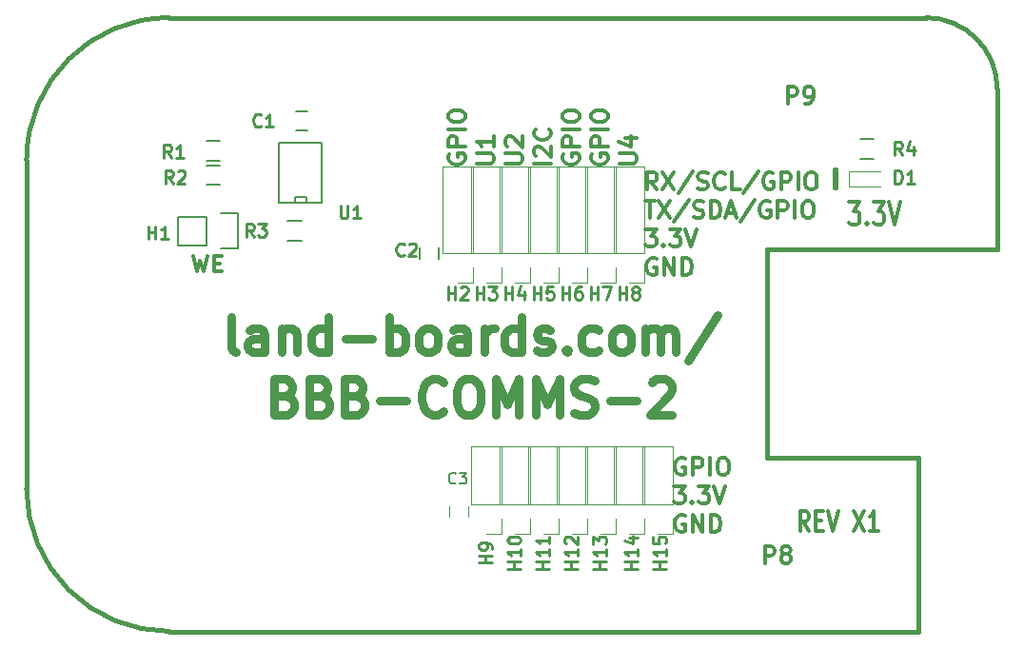
<source format=gbr>
G04 #@! TF.FileFunction,Legend,Top*
%FSLAX46Y46*%
G04 Gerber Fmt 4.6, Leading zero omitted, Abs format (unit mm)*
G04 Created by KiCad (PCBNEW 4.0.5) date 06/08/17 20:21:41*
%MOMM*%
%LPD*%
G01*
G04 APERTURE LIST*
%ADD10C,0.150000*%
%ADD11C,0.304800*%
%ADD12C,0.381000*%
%ADD13C,0.784225*%
%ADD14C,0.127000*%
%ADD15C,0.120000*%
%ADD16C,0.222250*%
G04 APERTURE END LIST*
D10*
D11*
X152291143Y-91948000D02*
X152146000Y-91875429D01*
X151928286Y-91875429D01*
X151710571Y-91948000D01*
X151565429Y-92093143D01*
X151492857Y-92238286D01*
X151420286Y-92528571D01*
X151420286Y-92746286D01*
X151492857Y-93036571D01*
X151565429Y-93181714D01*
X151710571Y-93326857D01*
X151928286Y-93399429D01*
X152073429Y-93399429D01*
X152291143Y-93326857D01*
X152363714Y-93254286D01*
X152363714Y-92746286D01*
X152073429Y-92746286D01*
X153016857Y-93399429D02*
X153016857Y-91875429D01*
X153597429Y-91875429D01*
X153742571Y-91948000D01*
X153815143Y-92020571D01*
X153887714Y-92165714D01*
X153887714Y-92383429D01*
X153815143Y-92528571D01*
X153742571Y-92601143D01*
X153597429Y-92673714D01*
X153016857Y-92673714D01*
X154540857Y-93399429D02*
X154540857Y-91875429D01*
X155556857Y-91875429D02*
X155847143Y-91875429D01*
X155992285Y-91948000D01*
X156137428Y-92093143D01*
X156210000Y-92383429D01*
X156210000Y-92891429D01*
X156137428Y-93181714D01*
X155992285Y-93326857D01*
X155847143Y-93399429D01*
X155556857Y-93399429D01*
X155411714Y-93326857D01*
X155266571Y-93181714D01*
X155194000Y-92891429D01*
X155194000Y-92383429D01*
X155266571Y-92093143D01*
X155411714Y-91948000D01*
X155556857Y-91875429D01*
X151347714Y-94415429D02*
X152291143Y-94415429D01*
X151783143Y-94996000D01*
X152000857Y-94996000D01*
X152146000Y-95068571D01*
X152218571Y-95141143D01*
X152291143Y-95286286D01*
X152291143Y-95649143D01*
X152218571Y-95794286D01*
X152146000Y-95866857D01*
X152000857Y-95939429D01*
X151565429Y-95939429D01*
X151420286Y-95866857D01*
X151347714Y-95794286D01*
X152944286Y-95794286D02*
X153016858Y-95866857D01*
X152944286Y-95939429D01*
X152871715Y-95866857D01*
X152944286Y-95794286D01*
X152944286Y-95939429D01*
X153524857Y-94415429D02*
X154468286Y-94415429D01*
X153960286Y-94996000D01*
X154178000Y-94996000D01*
X154323143Y-95068571D01*
X154395714Y-95141143D01*
X154468286Y-95286286D01*
X154468286Y-95649143D01*
X154395714Y-95794286D01*
X154323143Y-95866857D01*
X154178000Y-95939429D01*
X153742572Y-95939429D01*
X153597429Y-95866857D01*
X153524857Y-95794286D01*
X154903715Y-94415429D02*
X155411715Y-95939429D01*
X155919715Y-94415429D01*
X152291143Y-97028000D02*
X152146000Y-96955429D01*
X151928286Y-96955429D01*
X151710571Y-97028000D01*
X151565429Y-97173143D01*
X151492857Y-97318286D01*
X151420286Y-97608571D01*
X151420286Y-97826286D01*
X151492857Y-98116571D01*
X151565429Y-98261714D01*
X151710571Y-98406857D01*
X151928286Y-98479429D01*
X152073429Y-98479429D01*
X152291143Y-98406857D01*
X152363714Y-98334286D01*
X152363714Y-97826286D01*
X152073429Y-97826286D01*
X153016857Y-98479429D02*
X153016857Y-96955429D01*
X153887714Y-98479429D01*
X153887714Y-96955429D01*
X154613428Y-98479429D02*
X154613428Y-96955429D01*
X154976285Y-96955429D01*
X155194000Y-97028000D01*
X155339142Y-97173143D01*
X155411714Y-97318286D01*
X155484285Y-97608571D01*
X155484285Y-97826286D01*
X155411714Y-98116571D01*
X155339142Y-98261714D01*
X155194000Y-98406857D01*
X154976285Y-98479429D01*
X154613428Y-98479429D01*
X144018000Y-64878857D02*
X143945429Y-65024000D01*
X143945429Y-65241714D01*
X144018000Y-65459429D01*
X144163143Y-65604571D01*
X144308286Y-65677143D01*
X144598571Y-65749714D01*
X144816286Y-65749714D01*
X145106571Y-65677143D01*
X145251714Y-65604571D01*
X145396857Y-65459429D01*
X145469429Y-65241714D01*
X145469429Y-65096571D01*
X145396857Y-64878857D01*
X145324286Y-64806286D01*
X144816286Y-64806286D01*
X144816286Y-65096571D01*
X145469429Y-64153143D02*
X143945429Y-64153143D01*
X143945429Y-63572571D01*
X144018000Y-63427429D01*
X144090571Y-63354857D01*
X144235714Y-63282286D01*
X144453429Y-63282286D01*
X144598571Y-63354857D01*
X144671143Y-63427429D01*
X144743714Y-63572571D01*
X144743714Y-64153143D01*
X145469429Y-62629143D02*
X143945429Y-62629143D01*
X143945429Y-61613143D02*
X143945429Y-61322857D01*
X144018000Y-61177715D01*
X144163143Y-61032572D01*
X144453429Y-60960000D01*
X144961429Y-60960000D01*
X145251714Y-61032572D01*
X145396857Y-61177715D01*
X145469429Y-61322857D01*
X145469429Y-61613143D01*
X145396857Y-61758286D01*
X145251714Y-61903429D01*
X144961429Y-61976000D01*
X144453429Y-61976000D01*
X144163143Y-61903429D01*
X144018000Y-61758286D01*
X143945429Y-61613143D01*
X141478000Y-64878857D02*
X141405429Y-65024000D01*
X141405429Y-65241714D01*
X141478000Y-65459429D01*
X141623143Y-65604571D01*
X141768286Y-65677143D01*
X142058571Y-65749714D01*
X142276286Y-65749714D01*
X142566571Y-65677143D01*
X142711714Y-65604571D01*
X142856857Y-65459429D01*
X142929429Y-65241714D01*
X142929429Y-65096571D01*
X142856857Y-64878857D01*
X142784286Y-64806286D01*
X142276286Y-64806286D01*
X142276286Y-65096571D01*
X142929429Y-64153143D02*
X141405429Y-64153143D01*
X141405429Y-63572571D01*
X141478000Y-63427429D01*
X141550571Y-63354857D01*
X141695714Y-63282286D01*
X141913429Y-63282286D01*
X142058571Y-63354857D01*
X142131143Y-63427429D01*
X142203714Y-63572571D01*
X142203714Y-64153143D01*
X142929429Y-62629143D02*
X141405429Y-62629143D01*
X141405429Y-61613143D02*
X141405429Y-61322857D01*
X141478000Y-61177715D01*
X141623143Y-61032572D01*
X141913429Y-60960000D01*
X142421429Y-60960000D01*
X142711714Y-61032572D01*
X142856857Y-61177715D01*
X142929429Y-61322857D01*
X142929429Y-61613143D01*
X142856857Y-61758286D01*
X142711714Y-61903429D01*
X142421429Y-61976000D01*
X141913429Y-61976000D01*
X141623143Y-61903429D01*
X141478000Y-61758286D01*
X141405429Y-61613143D01*
X131318000Y-64878857D02*
X131245429Y-65024000D01*
X131245429Y-65241714D01*
X131318000Y-65459429D01*
X131463143Y-65604571D01*
X131608286Y-65677143D01*
X131898571Y-65749714D01*
X132116286Y-65749714D01*
X132406571Y-65677143D01*
X132551714Y-65604571D01*
X132696857Y-65459429D01*
X132769429Y-65241714D01*
X132769429Y-65096571D01*
X132696857Y-64878857D01*
X132624286Y-64806286D01*
X132116286Y-64806286D01*
X132116286Y-65096571D01*
X132769429Y-64153143D02*
X131245429Y-64153143D01*
X131245429Y-63572571D01*
X131318000Y-63427429D01*
X131390571Y-63354857D01*
X131535714Y-63282286D01*
X131753429Y-63282286D01*
X131898571Y-63354857D01*
X131971143Y-63427429D01*
X132043714Y-63572571D01*
X132043714Y-64153143D01*
X132769429Y-62629143D02*
X131245429Y-62629143D01*
X131245429Y-61613143D02*
X131245429Y-61322857D01*
X131318000Y-61177715D01*
X131463143Y-61032572D01*
X131753429Y-60960000D01*
X132261429Y-60960000D01*
X132551714Y-61032572D01*
X132696857Y-61177715D01*
X132769429Y-61322857D01*
X132769429Y-61613143D01*
X132696857Y-61758286D01*
X132551714Y-61903429D01*
X132261429Y-61976000D01*
X131753429Y-61976000D01*
X131463143Y-61903429D01*
X131318000Y-61758286D01*
X131245429Y-61613143D01*
X149751143Y-74168000D02*
X149606000Y-74095429D01*
X149388286Y-74095429D01*
X149170571Y-74168000D01*
X149025429Y-74313143D01*
X148952857Y-74458286D01*
X148880286Y-74748571D01*
X148880286Y-74966286D01*
X148952857Y-75256571D01*
X149025429Y-75401714D01*
X149170571Y-75546857D01*
X149388286Y-75619429D01*
X149533429Y-75619429D01*
X149751143Y-75546857D01*
X149823714Y-75474286D01*
X149823714Y-74966286D01*
X149533429Y-74966286D01*
X150476857Y-75619429D02*
X150476857Y-74095429D01*
X151347714Y-75619429D01*
X151347714Y-74095429D01*
X152073428Y-75619429D02*
X152073428Y-74095429D01*
X152436285Y-74095429D01*
X152654000Y-74168000D01*
X152799142Y-74313143D01*
X152871714Y-74458286D01*
X152944285Y-74748571D01*
X152944285Y-74966286D01*
X152871714Y-75256571D01*
X152799142Y-75401714D01*
X152654000Y-75546857D01*
X152436285Y-75619429D01*
X152073428Y-75619429D01*
X148807714Y-71555429D02*
X149751143Y-71555429D01*
X149243143Y-72136000D01*
X149460857Y-72136000D01*
X149606000Y-72208571D01*
X149678571Y-72281143D01*
X149751143Y-72426286D01*
X149751143Y-72789143D01*
X149678571Y-72934286D01*
X149606000Y-73006857D01*
X149460857Y-73079429D01*
X149025429Y-73079429D01*
X148880286Y-73006857D01*
X148807714Y-72934286D01*
X150404286Y-72934286D02*
X150476858Y-73006857D01*
X150404286Y-73079429D01*
X150331715Y-73006857D01*
X150404286Y-72934286D01*
X150404286Y-73079429D01*
X150984857Y-71555429D02*
X151928286Y-71555429D01*
X151420286Y-72136000D01*
X151638000Y-72136000D01*
X151783143Y-72208571D01*
X151855714Y-72281143D01*
X151928286Y-72426286D01*
X151928286Y-72789143D01*
X151855714Y-72934286D01*
X151783143Y-73006857D01*
X151638000Y-73079429D01*
X151202572Y-73079429D01*
X151057429Y-73006857D01*
X150984857Y-72934286D01*
X152363715Y-71555429D02*
X152871715Y-73079429D01*
X153379715Y-71555429D01*
X148735143Y-69015429D02*
X149606000Y-69015429D01*
X149170571Y-70539429D02*
X149170571Y-69015429D01*
X149968857Y-69015429D02*
X150984857Y-70539429D01*
X150984857Y-69015429D02*
X149968857Y-70539429D01*
X152654001Y-68942857D02*
X151347715Y-70902286D01*
X153089429Y-70466857D02*
X153307143Y-70539429D01*
X153670000Y-70539429D01*
X153815143Y-70466857D01*
X153887714Y-70394286D01*
X153960286Y-70249143D01*
X153960286Y-70104000D01*
X153887714Y-69958857D01*
X153815143Y-69886286D01*
X153670000Y-69813714D01*
X153379714Y-69741143D01*
X153234572Y-69668571D01*
X153162000Y-69596000D01*
X153089429Y-69450857D01*
X153089429Y-69305714D01*
X153162000Y-69160571D01*
X153234572Y-69088000D01*
X153379714Y-69015429D01*
X153742572Y-69015429D01*
X153960286Y-69088000D01*
X154613429Y-70539429D02*
X154613429Y-69015429D01*
X154976286Y-69015429D01*
X155194001Y-69088000D01*
X155339143Y-69233143D01*
X155411715Y-69378286D01*
X155484286Y-69668571D01*
X155484286Y-69886286D01*
X155411715Y-70176571D01*
X155339143Y-70321714D01*
X155194001Y-70466857D01*
X154976286Y-70539429D01*
X154613429Y-70539429D01*
X156064858Y-70104000D02*
X156790572Y-70104000D01*
X155919715Y-70539429D02*
X156427715Y-69015429D01*
X156935715Y-70539429D01*
X158532287Y-68942857D02*
X157226001Y-70902286D01*
X159838572Y-69088000D02*
X159693429Y-69015429D01*
X159475715Y-69015429D01*
X159258000Y-69088000D01*
X159112858Y-69233143D01*
X159040286Y-69378286D01*
X158967715Y-69668571D01*
X158967715Y-69886286D01*
X159040286Y-70176571D01*
X159112858Y-70321714D01*
X159258000Y-70466857D01*
X159475715Y-70539429D01*
X159620858Y-70539429D01*
X159838572Y-70466857D01*
X159911143Y-70394286D01*
X159911143Y-69886286D01*
X159620858Y-69886286D01*
X160564286Y-70539429D02*
X160564286Y-69015429D01*
X161144858Y-69015429D01*
X161290000Y-69088000D01*
X161362572Y-69160571D01*
X161435143Y-69305714D01*
X161435143Y-69523429D01*
X161362572Y-69668571D01*
X161290000Y-69741143D01*
X161144858Y-69813714D01*
X160564286Y-69813714D01*
X162088286Y-70539429D02*
X162088286Y-69015429D01*
X163104286Y-69015429D02*
X163394572Y-69015429D01*
X163539714Y-69088000D01*
X163684857Y-69233143D01*
X163757429Y-69523429D01*
X163757429Y-70031429D01*
X163684857Y-70321714D01*
X163539714Y-70466857D01*
X163394572Y-70539429D01*
X163104286Y-70539429D01*
X162959143Y-70466857D01*
X162814000Y-70321714D01*
X162741429Y-70031429D01*
X162741429Y-69523429D01*
X162814000Y-69233143D01*
X162959143Y-69088000D01*
X163104286Y-69015429D01*
X149823714Y-67999429D02*
X149315714Y-67273714D01*
X148952857Y-67999429D02*
X148952857Y-66475429D01*
X149533429Y-66475429D01*
X149678571Y-66548000D01*
X149751143Y-66620571D01*
X149823714Y-66765714D01*
X149823714Y-66983429D01*
X149751143Y-67128571D01*
X149678571Y-67201143D01*
X149533429Y-67273714D01*
X148952857Y-67273714D01*
X150331714Y-66475429D02*
X151347714Y-67999429D01*
X151347714Y-66475429D02*
X150331714Y-67999429D01*
X153016858Y-66402857D02*
X151710572Y-68362286D01*
X153452286Y-67926857D02*
X153670000Y-67999429D01*
X154032857Y-67999429D01*
X154178000Y-67926857D01*
X154250571Y-67854286D01*
X154323143Y-67709143D01*
X154323143Y-67564000D01*
X154250571Y-67418857D01*
X154178000Y-67346286D01*
X154032857Y-67273714D01*
X153742571Y-67201143D01*
X153597429Y-67128571D01*
X153524857Y-67056000D01*
X153452286Y-66910857D01*
X153452286Y-66765714D01*
X153524857Y-66620571D01*
X153597429Y-66548000D01*
X153742571Y-66475429D01*
X154105429Y-66475429D01*
X154323143Y-66548000D01*
X155847143Y-67854286D02*
X155774572Y-67926857D01*
X155556858Y-67999429D01*
X155411715Y-67999429D01*
X155194000Y-67926857D01*
X155048858Y-67781714D01*
X154976286Y-67636571D01*
X154903715Y-67346286D01*
X154903715Y-67128571D01*
X154976286Y-66838286D01*
X155048858Y-66693143D01*
X155194000Y-66548000D01*
X155411715Y-66475429D01*
X155556858Y-66475429D01*
X155774572Y-66548000D01*
X155847143Y-66620571D01*
X157226000Y-67999429D02*
X156500286Y-67999429D01*
X156500286Y-66475429D01*
X158822572Y-66402857D02*
X157516286Y-68362286D01*
X160128857Y-66548000D02*
X159983714Y-66475429D01*
X159766000Y-66475429D01*
X159548285Y-66548000D01*
X159403143Y-66693143D01*
X159330571Y-66838286D01*
X159258000Y-67128571D01*
X159258000Y-67346286D01*
X159330571Y-67636571D01*
X159403143Y-67781714D01*
X159548285Y-67926857D01*
X159766000Y-67999429D01*
X159911143Y-67999429D01*
X160128857Y-67926857D01*
X160201428Y-67854286D01*
X160201428Y-67346286D01*
X159911143Y-67346286D01*
X160854571Y-67999429D02*
X160854571Y-66475429D01*
X161435143Y-66475429D01*
X161580285Y-66548000D01*
X161652857Y-66620571D01*
X161725428Y-66765714D01*
X161725428Y-66983429D01*
X161652857Y-67128571D01*
X161580285Y-67201143D01*
X161435143Y-67273714D01*
X160854571Y-67273714D01*
X162378571Y-67999429D02*
X162378571Y-66475429D01*
X163394571Y-66475429D02*
X163684857Y-66475429D01*
X163829999Y-66548000D01*
X163975142Y-66693143D01*
X164047714Y-66983429D01*
X164047714Y-67491429D01*
X163975142Y-67781714D01*
X163829999Y-67926857D01*
X163684857Y-67999429D01*
X163394571Y-67999429D01*
X163249428Y-67926857D01*
X163104285Y-67781714D01*
X163031714Y-67491429D01*
X163031714Y-66983429D01*
X163104285Y-66693143D01*
X163249428Y-66548000D01*
X163394571Y-66475429D01*
X146485429Y-65677143D02*
X147719143Y-65677143D01*
X147864286Y-65604571D01*
X147936857Y-65532000D01*
X148009429Y-65386857D01*
X148009429Y-65096571D01*
X147936857Y-64951429D01*
X147864286Y-64878857D01*
X147719143Y-64806286D01*
X146485429Y-64806286D01*
X146993429Y-63427429D02*
X148009429Y-63427429D01*
X146412857Y-63790286D02*
X147501429Y-64153143D01*
X147501429Y-63209715D01*
X140389429Y-65677143D02*
X138865429Y-65677143D01*
X139010571Y-65024000D02*
X138938000Y-64951429D01*
X138865429Y-64806286D01*
X138865429Y-64443429D01*
X138938000Y-64298286D01*
X139010571Y-64225715D01*
X139155714Y-64153143D01*
X139300857Y-64153143D01*
X139518571Y-64225715D01*
X140389429Y-65096572D01*
X140389429Y-64153143D01*
X140244286Y-62629143D02*
X140316857Y-62701714D01*
X140389429Y-62919428D01*
X140389429Y-63064571D01*
X140316857Y-63282286D01*
X140171714Y-63427428D01*
X140026571Y-63500000D01*
X139736286Y-63572571D01*
X139518571Y-63572571D01*
X139228286Y-63500000D01*
X139083143Y-63427428D01*
X138938000Y-63282286D01*
X138865429Y-63064571D01*
X138865429Y-62919428D01*
X138938000Y-62701714D01*
X139010571Y-62629143D01*
X136325429Y-65677143D02*
X137559143Y-65677143D01*
X137704286Y-65604571D01*
X137776857Y-65532000D01*
X137849429Y-65386857D01*
X137849429Y-65096571D01*
X137776857Y-64951429D01*
X137704286Y-64878857D01*
X137559143Y-64806286D01*
X136325429Y-64806286D01*
X136470571Y-64153143D02*
X136398000Y-64080572D01*
X136325429Y-63935429D01*
X136325429Y-63572572D01*
X136398000Y-63427429D01*
X136470571Y-63354858D01*
X136615714Y-63282286D01*
X136760857Y-63282286D01*
X136978571Y-63354858D01*
X137849429Y-64225715D01*
X137849429Y-63282286D01*
X133785429Y-65677143D02*
X135019143Y-65677143D01*
X135164286Y-65604571D01*
X135236857Y-65532000D01*
X135309429Y-65386857D01*
X135309429Y-65096571D01*
X135236857Y-64951429D01*
X135164286Y-64878857D01*
X135019143Y-64806286D01*
X133785429Y-64806286D01*
X135309429Y-63282286D02*
X135309429Y-64153143D01*
X135309429Y-63717715D02*
X133785429Y-63717715D01*
X134003143Y-63862858D01*
X134148286Y-64008000D01*
X134220857Y-64153143D01*
D12*
X165608000Y-67818000D02*
X165608000Y-66167000D01*
X165735000Y-67818000D02*
X165608000Y-67818000D01*
X165735000Y-66167000D02*
X165735000Y-67818000D01*
D11*
X159403143Y-101273429D02*
X159403143Y-99749429D01*
X159983715Y-99749429D01*
X160128857Y-99822000D01*
X160201429Y-99894571D01*
X160274000Y-100039714D01*
X160274000Y-100257429D01*
X160201429Y-100402571D01*
X160128857Y-100475143D01*
X159983715Y-100547714D01*
X159403143Y-100547714D01*
X161144857Y-100402571D02*
X160999715Y-100330000D01*
X160927143Y-100257429D01*
X160854572Y-100112286D01*
X160854572Y-100039714D01*
X160927143Y-99894571D01*
X160999715Y-99822000D01*
X161144857Y-99749429D01*
X161435143Y-99749429D01*
X161580286Y-99822000D01*
X161652857Y-99894571D01*
X161725429Y-100039714D01*
X161725429Y-100112286D01*
X161652857Y-100257429D01*
X161580286Y-100330000D01*
X161435143Y-100402571D01*
X161144857Y-100402571D01*
X160999715Y-100475143D01*
X160927143Y-100547714D01*
X160854572Y-100692857D01*
X160854572Y-100983143D01*
X160927143Y-101128286D01*
X160999715Y-101200857D01*
X161144857Y-101273429D01*
X161435143Y-101273429D01*
X161580286Y-101200857D01*
X161652857Y-101128286D01*
X161725429Y-100983143D01*
X161725429Y-100692857D01*
X161652857Y-100547714D01*
X161580286Y-100475143D01*
X161435143Y-100402571D01*
X161435143Y-60379429D02*
X161435143Y-58855429D01*
X162015715Y-58855429D01*
X162160857Y-58928000D01*
X162233429Y-59000571D01*
X162306000Y-59145714D01*
X162306000Y-59363429D01*
X162233429Y-59508571D01*
X162160857Y-59581143D01*
X162015715Y-59653714D01*
X161435143Y-59653714D01*
X163031715Y-60379429D02*
X163322000Y-60379429D01*
X163467143Y-60306857D01*
X163539715Y-60234286D01*
X163684857Y-60016571D01*
X163757429Y-59726286D01*
X163757429Y-59145714D01*
X163684857Y-59000571D01*
X163612286Y-58928000D01*
X163467143Y-58855429D01*
X163176857Y-58855429D01*
X163031715Y-58928000D01*
X162959143Y-59000571D01*
X162886572Y-59145714D01*
X162886572Y-59508571D01*
X162959143Y-59653714D01*
X163031715Y-59726286D01*
X163176857Y-59798857D01*
X163467143Y-59798857D01*
X163612286Y-59726286D01*
X163684857Y-59653714D01*
X163757429Y-59508571D01*
X108512429Y-73910976D02*
X108875286Y-75307976D01*
X109165572Y-74310119D01*
X109455858Y-75307976D01*
X109818715Y-73910976D01*
X110399286Y-74576214D02*
X110907286Y-74576214D01*
X111125000Y-75307976D02*
X110399286Y-75307976D01*
X110399286Y-73910976D01*
X111125000Y-73910976D01*
D12*
X123190000Y-52705000D02*
X123317000Y-52705000D01*
X110744000Y-52705000D02*
X110871000Y-52705000D01*
D11*
X166914285Y-69118238D02*
X167857714Y-69118238D01*
X167349714Y-69892333D01*
X167567428Y-69892333D01*
X167712571Y-69989095D01*
X167785142Y-70085857D01*
X167857714Y-70279381D01*
X167857714Y-70763190D01*
X167785142Y-70956714D01*
X167712571Y-71053476D01*
X167567428Y-71150238D01*
X167132000Y-71150238D01*
X166986857Y-71053476D01*
X166914285Y-70956714D01*
X168510857Y-70956714D02*
X168583429Y-71053476D01*
X168510857Y-71150238D01*
X168438286Y-71053476D01*
X168510857Y-70956714D01*
X168510857Y-71150238D01*
X169091428Y-69118238D02*
X170034857Y-69118238D01*
X169526857Y-69892333D01*
X169744571Y-69892333D01*
X169889714Y-69989095D01*
X169962285Y-70085857D01*
X170034857Y-70279381D01*
X170034857Y-70763190D01*
X169962285Y-70956714D01*
X169889714Y-71053476D01*
X169744571Y-71150238D01*
X169309143Y-71150238D01*
X169164000Y-71053476D01*
X169091428Y-70956714D01*
X170470286Y-69118238D02*
X170978286Y-71150238D01*
X171486286Y-69118238D01*
X163328048Y-98340333D02*
X162862381Y-97493667D01*
X162529762Y-98340333D02*
X162529762Y-96562333D01*
X163061953Y-96562333D01*
X163195000Y-96647000D01*
X163261524Y-96731667D01*
X163328048Y-96901000D01*
X163328048Y-97155000D01*
X163261524Y-97324333D01*
X163195000Y-97409000D01*
X163061953Y-97493667D01*
X162529762Y-97493667D01*
X163926762Y-97409000D02*
X164392429Y-97409000D01*
X164592000Y-98340333D02*
X163926762Y-98340333D01*
X163926762Y-96562333D01*
X164592000Y-96562333D01*
X164991143Y-96562333D02*
X165456809Y-98340333D01*
X165922476Y-96562333D01*
X167319476Y-96562333D02*
X168250810Y-98340333D01*
X168250810Y-96562333D02*
X167319476Y-98340333D01*
X169514762Y-98340333D02*
X168716476Y-98340333D01*
X169115619Y-98340333D02*
X169115619Y-96562333D01*
X168982571Y-96816333D01*
X168849524Y-96985667D01*
X168716476Y-97070333D01*
D13*
X112362645Y-82482948D02*
X112063892Y-82331757D01*
X111914516Y-82029376D01*
X111914516Y-79307948D01*
X114902040Y-82482948D02*
X114902040Y-80819852D01*
X114752663Y-80517471D01*
X114453911Y-80366281D01*
X113856406Y-80366281D01*
X113557654Y-80517471D01*
X114902040Y-82331757D02*
X114603287Y-82482948D01*
X113856406Y-82482948D01*
X113557654Y-82331757D01*
X113408278Y-82029376D01*
X113408278Y-81726995D01*
X113557654Y-81424614D01*
X113856406Y-81273424D01*
X114603287Y-81273424D01*
X114902040Y-81122233D01*
X116395802Y-80366281D02*
X116395802Y-82482948D01*
X116395802Y-80668662D02*
X116545178Y-80517471D01*
X116843931Y-80366281D01*
X117292059Y-80366281D01*
X117590811Y-80517471D01*
X117740188Y-80819852D01*
X117740188Y-82482948D01*
X120578336Y-82482948D02*
X120578336Y-79307948D01*
X120578336Y-82331757D02*
X120279583Y-82482948D01*
X119682079Y-82482948D01*
X119383326Y-82331757D01*
X119233950Y-82180567D01*
X119084574Y-81878186D01*
X119084574Y-80971043D01*
X119233950Y-80668662D01*
X119383326Y-80517471D01*
X119682079Y-80366281D01*
X120279583Y-80366281D01*
X120578336Y-80517471D01*
X122072098Y-81273424D02*
X124462117Y-81273424D01*
X125955879Y-82482948D02*
X125955879Y-79307948D01*
X125955879Y-80517471D02*
X126254631Y-80366281D01*
X126852136Y-80366281D01*
X127150888Y-80517471D01*
X127300265Y-80668662D01*
X127449641Y-80971043D01*
X127449641Y-81878186D01*
X127300265Y-82180567D01*
X127150888Y-82331757D01*
X126852136Y-82482948D01*
X126254631Y-82482948D01*
X125955879Y-82331757D01*
X129242156Y-82482948D02*
X128943403Y-82331757D01*
X128794027Y-82180567D01*
X128644651Y-81878186D01*
X128644651Y-80971043D01*
X128794027Y-80668662D01*
X128943403Y-80517471D01*
X129242156Y-80366281D01*
X129690284Y-80366281D01*
X129989036Y-80517471D01*
X130138413Y-80668662D01*
X130287789Y-80971043D01*
X130287789Y-81878186D01*
X130138413Y-82180567D01*
X129989036Y-82331757D01*
X129690284Y-82482948D01*
X129242156Y-82482948D01*
X132976561Y-82482948D02*
X132976561Y-80819852D01*
X132827184Y-80517471D01*
X132528432Y-80366281D01*
X131930927Y-80366281D01*
X131632175Y-80517471D01*
X132976561Y-82331757D02*
X132677808Y-82482948D01*
X131930927Y-82482948D01*
X131632175Y-82331757D01*
X131482799Y-82029376D01*
X131482799Y-81726995D01*
X131632175Y-81424614D01*
X131930927Y-81273424D01*
X132677808Y-81273424D01*
X132976561Y-81122233D01*
X134470323Y-82482948D02*
X134470323Y-80366281D01*
X134470323Y-80971043D02*
X134619699Y-80668662D01*
X134769075Y-80517471D01*
X135067828Y-80366281D01*
X135366580Y-80366281D01*
X137756599Y-82482948D02*
X137756599Y-79307948D01*
X137756599Y-82331757D02*
X137457846Y-82482948D01*
X136860342Y-82482948D01*
X136561589Y-82331757D01*
X136412213Y-82180567D01*
X136262837Y-81878186D01*
X136262837Y-80971043D01*
X136412213Y-80668662D01*
X136561589Y-80517471D01*
X136860342Y-80366281D01*
X137457846Y-80366281D01*
X137756599Y-80517471D01*
X139100985Y-82331757D02*
X139399737Y-82482948D01*
X139997242Y-82482948D01*
X140295994Y-82331757D01*
X140445370Y-82029376D01*
X140445370Y-81878186D01*
X140295994Y-81575805D01*
X139997242Y-81424614D01*
X139549113Y-81424614D01*
X139250361Y-81273424D01*
X139100985Y-80971043D01*
X139100985Y-80819852D01*
X139250361Y-80517471D01*
X139549113Y-80366281D01*
X139997242Y-80366281D01*
X140295994Y-80517471D01*
X141789756Y-82180567D02*
X141939132Y-82331757D01*
X141789756Y-82482948D01*
X141640380Y-82331757D01*
X141789756Y-82180567D01*
X141789756Y-82482948D01*
X144627904Y-82331757D02*
X144329151Y-82482948D01*
X143731647Y-82482948D01*
X143432894Y-82331757D01*
X143283518Y-82180567D01*
X143134142Y-81878186D01*
X143134142Y-80971043D01*
X143283518Y-80668662D01*
X143432894Y-80517471D01*
X143731647Y-80366281D01*
X144329151Y-80366281D01*
X144627904Y-80517471D01*
X146420418Y-82482948D02*
X146121665Y-82331757D01*
X145972289Y-82180567D01*
X145822913Y-81878186D01*
X145822913Y-80971043D01*
X145972289Y-80668662D01*
X146121665Y-80517471D01*
X146420418Y-80366281D01*
X146868546Y-80366281D01*
X147167298Y-80517471D01*
X147316675Y-80668662D01*
X147466051Y-80971043D01*
X147466051Y-81878186D01*
X147316675Y-82180567D01*
X147167298Y-82331757D01*
X146868546Y-82482948D01*
X146420418Y-82482948D01*
X148810437Y-82482948D02*
X148810437Y-80366281D01*
X148810437Y-80668662D02*
X148959813Y-80517471D01*
X149258566Y-80366281D01*
X149706694Y-80366281D01*
X150005446Y-80517471D01*
X150154823Y-80819852D01*
X150154823Y-82482948D01*
X150154823Y-80819852D02*
X150304199Y-80517471D01*
X150602951Y-80366281D01*
X151051080Y-80366281D01*
X151349832Y-80517471D01*
X151499208Y-80819852D01*
X151499208Y-82482948D01*
X155233613Y-79156757D02*
X152544841Y-83238900D01*
X116769242Y-86366577D02*
X117217371Y-86517768D01*
X117366747Y-86668958D01*
X117516123Y-86971339D01*
X117516123Y-87424911D01*
X117366747Y-87727292D01*
X117217371Y-87878482D01*
X116918618Y-88029673D01*
X115723609Y-88029673D01*
X115723609Y-84854673D01*
X116769242Y-84854673D01*
X117067995Y-85005863D01*
X117217371Y-85157053D01*
X117366747Y-85459434D01*
X117366747Y-85761815D01*
X117217371Y-86064196D01*
X117067995Y-86215387D01*
X116769242Y-86366577D01*
X115723609Y-86366577D01*
X119906142Y-86366577D02*
X120354271Y-86517768D01*
X120503647Y-86668958D01*
X120653023Y-86971339D01*
X120653023Y-87424911D01*
X120503647Y-87727292D01*
X120354271Y-87878482D01*
X120055518Y-88029673D01*
X118860509Y-88029673D01*
X118860509Y-84854673D01*
X119906142Y-84854673D01*
X120204895Y-85005863D01*
X120354271Y-85157053D01*
X120503647Y-85459434D01*
X120503647Y-85761815D01*
X120354271Y-86064196D01*
X120204895Y-86215387D01*
X119906142Y-86366577D01*
X118860509Y-86366577D01*
X123043042Y-86366577D02*
X123491171Y-86517768D01*
X123640547Y-86668958D01*
X123789923Y-86971339D01*
X123789923Y-87424911D01*
X123640547Y-87727292D01*
X123491171Y-87878482D01*
X123192418Y-88029673D01*
X121997409Y-88029673D01*
X121997409Y-84854673D01*
X123043042Y-84854673D01*
X123341795Y-85005863D01*
X123491171Y-85157053D01*
X123640547Y-85459434D01*
X123640547Y-85761815D01*
X123491171Y-86064196D01*
X123341795Y-86215387D01*
X123043042Y-86366577D01*
X121997409Y-86366577D01*
X125134309Y-86820149D02*
X127524328Y-86820149D01*
X130810604Y-87727292D02*
X130661228Y-87878482D01*
X130213099Y-88029673D01*
X129914347Y-88029673D01*
X129466219Y-87878482D01*
X129167466Y-87576101D01*
X129018090Y-87273720D01*
X128868714Y-86668958D01*
X128868714Y-86215387D01*
X129018090Y-85610625D01*
X129167466Y-85308244D01*
X129466219Y-85005863D01*
X129914347Y-84854673D01*
X130213099Y-84854673D01*
X130661228Y-85005863D01*
X130810604Y-85157053D01*
X132752495Y-84854673D02*
X133349999Y-84854673D01*
X133648752Y-85005863D01*
X133947504Y-85308244D01*
X134096880Y-85913006D01*
X134096880Y-86971339D01*
X133947504Y-87576101D01*
X133648752Y-87878482D01*
X133349999Y-88029673D01*
X132752495Y-88029673D01*
X132453742Y-87878482D01*
X132154990Y-87576101D01*
X132005614Y-86971339D01*
X132005614Y-85913006D01*
X132154990Y-85308244D01*
X132453742Y-85005863D01*
X132752495Y-84854673D01*
X135441266Y-88029673D02*
X135441266Y-84854673D01*
X136486899Y-87122530D01*
X137532533Y-84854673D01*
X137532533Y-88029673D01*
X139026295Y-88029673D02*
X139026295Y-84854673D01*
X140071928Y-87122530D01*
X141117562Y-84854673D01*
X141117562Y-88029673D01*
X142461948Y-87878482D02*
X142910076Y-88029673D01*
X143656957Y-88029673D01*
X143955710Y-87878482D01*
X144105086Y-87727292D01*
X144254462Y-87424911D01*
X144254462Y-87122530D01*
X144105086Y-86820149D01*
X143955710Y-86668958D01*
X143656957Y-86517768D01*
X143059453Y-86366577D01*
X142760700Y-86215387D01*
X142611324Y-86064196D01*
X142461948Y-85761815D01*
X142461948Y-85459434D01*
X142611324Y-85157053D01*
X142760700Y-85005863D01*
X143059453Y-84854673D01*
X143806333Y-84854673D01*
X144254462Y-85005863D01*
X145598848Y-86820149D02*
X147988867Y-86820149D01*
X149333253Y-85157053D02*
X149482629Y-85005863D01*
X149781381Y-84854673D01*
X150528262Y-84854673D01*
X150827015Y-85005863D01*
X150976391Y-85157053D01*
X151125767Y-85459434D01*
X151125767Y-85761815D01*
X150976391Y-86215387D01*
X149183877Y-88029673D01*
X151125767Y-88029673D01*
D14*
X119862600Y-69138800D02*
X119989600Y-69138800D01*
X119989600Y-69138800D02*
X119989600Y-63804800D01*
X116179600Y-63804800D02*
X116179600Y-69138800D01*
X116179600Y-69138800D02*
X119862600Y-69138800D01*
X117576600Y-69138800D02*
X117576600Y-68630800D01*
X117576600Y-68630800D02*
X118592600Y-68630800D01*
X118592600Y-68630800D02*
X118592600Y-69138800D01*
X116179600Y-63804800D02*
X119989600Y-63804800D01*
D12*
X106426000Y-107315000D02*
X173101000Y-107315000D01*
X173101000Y-91821000D02*
X159639000Y-91821000D01*
X173101000Y-107315000D02*
X173101000Y-91821000D01*
X180086000Y-73279000D02*
X180086000Y-60325000D01*
X180086000Y-73279000D02*
X159639000Y-73279000D01*
X159639000Y-73279000D02*
X159639000Y-91821000D01*
X180086000Y-59055000D02*
X180086000Y-60325000D01*
X106426000Y-52705000D02*
X173736000Y-52705000D01*
X93726000Y-65405000D02*
X93726000Y-94615000D01*
X106426000Y-52705000D02*
G75*
G03X93726000Y-65405000I0J-12700000D01*
G01*
X93726000Y-94615000D02*
G75*
G03X106426000Y-107315000I12700000J0D01*
G01*
X180086000Y-59055000D02*
G75*
G03X173736000Y-52705000I-6350000J0D01*
G01*
D10*
X109702600Y-72948800D02*
X107162600Y-72948800D01*
X112522600Y-73228800D02*
X110972600Y-73228800D01*
X109702600Y-72948800D02*
X109702600Y-70408800D01*
X110972600Y-70128800D02*
X112522600Y-70128800D01*
X112522600Y-70128800D02*
X112522600Y-73228800D01*
X109702600Y-70408800D02*
X107162600Y-70408800D01*
X107162600Y-70408800D02*
X107162600Y-72948800D01*
X169129000Y-65264000D02*
X167929000Y-65264000D01*
X167929000Y-63514000D02*
X169129000Y-63514000D01*
X116976600Y-70803800D02*
X118176600Y-70803800D01*
X118176600Y-72553800D02*
X116976600Y-72553800D01*
X110937600Y-67600800D02*
X109737600Y-67600800D01*
X109737600Y-65850800D02*
X110937600Y-65850800D01*
X110937600Y-65441800D02*
X109737600Y-65441800D01*
X109737600Y-63691800D02*
X110937600Y-63691800D01*
X130390000Y-74160000D02*
X130390000Y-73160000D01*
X128690000Y-73160000D02*
X128690000Y-74160000D01*
X118711600Y-61049800D02*
X117711600Y-61049800D01*
X117711600Y-62749800D02*
X118711600Y-62749800D01*
D15*
X148650000Y-73660000D02*
X148650000Y-65980000D01*
X148650000Y-65980000D02*
X145990000Y-65980000D01*
X145990000Y-65980000D02*
X145990000Y-73660000D01*
X145990000Y-73660000D02*
X148650000Y-73660000D01*
X148650000Y-74930000D02*
X148650000Y-76260000D01*
X148650000Y-76260000D02*
X147320000Y-76260000D01*
X141030000Y-73660000D02*
X141030000Y-65980000D01*
X141030000Y-65980000D02*
X138370000Y-65980000D01*
X138370000Y-65980000D02*
X138370000Y-73660000D01*
X138370000Y-73660000D02*
X141030000Y-73660000D01*
X141030000Y-74930000D02*
X141030000Y-76260000D01*
X141030000Y-76260000D02*
X139700000Y-76260000D01*
X138490000Y-73660000D02*
X138490000Y-65980000D01*
X138490000Y-65980000D02*
X135830000Y-65980000D01*
X135830000Y-65980000D02*
X135830000Y-73660000D01*
X135830000Y-73660000D02*
X138490000Y-73660000D01*
X138490000Y-74930000D02*
X138490000Y-76260000D01*
X138490000Y-76260000D02*
X137160000Y-76260000D01*
X135950000Y-73660000D02*
X135950000Y-65980000D01*
X135950000Y-65980000D02*
X133290000Y-65980000D01*
X133290000Y-65980000D02*
X133290000Y-73660000D01*
X133290000Y-73660000D02*
X135950000Y-73660000D01*
X135950000Y-74930000D02*
X135950000Y-76260000D01*
X135950000Y-76260000D02*
X134620000Y-76260000D01*
X166856000Y-66356000D02*
X166856000Y-67756000D01*
X166856000Y-67756000D02*
X169656000Y-67756000D01*
X166856000Y-66356000D02*
X169656000Y-66356000D01*
X143570000Y-73660000D02*
X143570000Y-65980000D01*
X143570000Y-65980000D02*
X140910000Y-65980000D01*
X140910000Y-65980000D02*
X140910000Y-73660000D01*
X140910000Y-73660000D02*
X143570000Y-73660000D01*
X143570000Y-74930000D02*
X143570000Y-76260000D01*
X143570000Y-76260000D02*
X142240000Y-76260000D01*
X146110000Y-73660000D02*
X146110000Y-65980000D01*
X146110000Y-65980000D02*
X143450000Y-65980000D01*
X143450000Y-65980000D02*
X143450000Y-73660000D01*
X143450000Y-73660000D02*
X146110000Y-73660000D01*
X146110000Y-74930000D02*
X146110000Y-76260000D01*
X146110000Y-76260000D02*
X144780000Y-76260000D01*
X133410000Y-73660000D02*
X133410000Y-65980000D01*
X133410000Y-65980000D02*
X130750000Y-65980000D01*
X130750000Y-65980000D02*
X130750000Y-73660000D01*
X130750000Y-73660000D02*
X133410000Y-73660000D01*
X133410000Y-74930000D02*
X133410000Y-76260000D01*
X133410000Y-76260000D02*
X132080000Y-76260000D01*
X151190000Y-96012000D02*
X151190000Y-90872000D01*
X151190000Y-90872000D02*
X148530000Y-90872000D01*
X148530000Y-90872000D02*
X148530000Y-96012000D01*
X148530000Y-96012000D02*
X151190000Y-96012000D01*
X151190000Y-97282000D02*
X151190000Y-98612000D01*
X151190000Y-98612000D02*
X149860000Y-98612000D01*
X148650000Y-96012000D02*
X148650000Y-90872000D01*
X148650000Y-90872000D02*
X145990000Y-90872000D01*
X145990000Y-90872000D02*
X145990000Y-96012000D01*
X145990000Y-96012000D02*
X148650000Y-96012000D01*
X148650000Y-97282000D02*
X148650000Y-98612000D01*
X148650000Y-98612000D02*
X147320000Y-98612000D01*
X146110000Y-96012000D02*
X146110000Y-90872000D01*
X146110000Y-90872000D02*
X143450000Y-90872000D01*
X143450000Y-90872000D02*
X143450000Y-96012000D01*
X143450000Y-96012000D02*
X146110000Y-96012000D01*
X146110000Y-97282000D02*
X146110000Y-98612000D01*
X146110000Y-98612000D02*
X144780000Y-98612000D01*
X143570000Y-96012000D02*
X143570000Y-90872000D01*
X143570000Y-90872000D02*
X140910000Y-90872000D01*
X140910000Y-90872000D02*
X140910000Y-96012000D01*
X140910000Y-96012000D02*
X143570000Y-96012000D01*
X143570000Y-97282000D02*
X143570000Y-98612000D01*
X143570000Y-98612000D02*
X142240000Y-98612000D01*
X141030000Y-96012000D02*
X141030000Y-90872000D01*
X141030000Y-90872000D02*
X138370000Y-90872000D01*
X138370000Y-90872000D02*
X138370000Y-96012000D01*
X138370000Y-96012000D02*
X141030000Y-96012000D01*
X141030000Y-97282000D02*
X141030000Y-98612000D01*
X141030000Y-98612000D02*
X139700000Y-98612000D01*
X138490000Y-96012000D02*
X138490000Y-90872000D01*
X138490000Y-90872000D02*
X135830000Y-90872000D01*
X135830000Y-90872000D02*
X135830000Y-96012000D01*
X135830000Y-96012000D02*
X138490000Y-96012000D01*
X138490000Y-97282000D02*
X138490000Y-98612000D01*
X138490000Y-98612000D02*
X137160000Y-98612000D01*
X135950000Y-96012000D02*
X135950000Y-90872000D01*
X135950000Y-90872000D02*
X133290000Y-90872000D01*
X133290000Y-90872000D02*
X133290000Y-96012000D01*
X133290000Y-96012000D02*
X135950000Y-96012000D01*
X135950000Y-97282000D02*
X135950000Y-98612000D01*
X135950000Y-98612000D02*
X134620000Y-98612000D01*
X133057000Y-97147000D02*
X133057000Y-96147000D01*
X131357000Y-96147000D02*
X131357000Y-97147000D01*
D16*
X121658743Y-69401871D02*
X121658743Y-70327157D01*
X121713171Y-70436014D01*
X121767600Y-70490443D01*
X121876457Y-70544871D01*
X122094171Y-70544871D01*
X122203029Y-70490443D01*
X122257457Y-70436014D01*
X122311886Y-70327157D01*
X122311886Y-69401871D01*
X123454886Y-70544871D02*
X122801743Y-70544871D01*
X123128315Y-70544871D02*
X123128315Y-69401871D01*
X123019458Y-69565157D01*
X122910600Y-69674014D01*
X122801743Y-69728443D01*
X104539143Y-72399071D02*
X104539143Y-71256071D01*
X104539143Y-71800357D02*
X105192286Y-71800357D01*
X105192286Y-72399071D02*
X105192286Y-71256071D01*
X106335286Y-72399071D02*
X105682143Y-72399071D01*
X106008715Y-72399071D02*
X106008715Y-71256071D01*
X105899858Y-71419357D01*
X105791000Y-71528214D01*
X105682143Y-71582643D01*
X171640501Y-64906071D02*
X171259501Y-64361786D01*
X170987358Y-64906071D02*
X170987358Y-63763071D01*
X171422786Y-63763071D01*
X171531644Y-63817500D01*
X171586072Y-63871929D01*
X171640501Y-63980786D01*
X171640501Y-64144071D01*
X171586072Y-64252929D01*
X171531644Y-64307357D01*
X171422786Y-64361786D01*
X170987358Y-64361786D01*
X172620215Y-64144071D02*
X172620215Y-64906071D01*
X172348072Y-63708643D02*
X172075929Y-64525071D01*
X172783501Y-64525071D01*
X113957101Y-72195871D02*
X113576101Y-71651586D01*
X113303958Y-72195871D02*
X113303958Y-71052871D01*
X113739386Y-71052871D01*
X113848244Y-71107300D01*
X113902672Y-71161729D01*
X113957101Y-71270586D01*
X113957101Y-71433871D01*
X113902672Y-71542729D01*
X113848244Y-71597157D01*
X113739386Y-71651586D01*
X113303958Y-71651586D01*
X114338101Y-71052871D02*
X115045672Y-71052871D01*
X114664672Y-71488300D01*
X114827958Y-71488300D01*
X114936815Y-71542729D01*
X114991244Y-71597157D01*
X115045672Y-71706014D01*
X115045672Y-71978157D01*
X114991244Y-72087014D01*
X114936815Y-72141443D01*
X114827958Y-72195871D01*
X114501386Y-72195871D01*
X114392529Y-72141443D01*
X114338101Y-72087014D01*
X106743501Y-67446071D02*
X106362501Y-66901786D01*
X106090358Y-67446071D02*
X106090358Y-66303071D01*
X106525786Y-66303071D01*
X106634644Y-66357500D01*
X106689072Y-66411929D01*
X106743501Y-66520786D01*
X106743501Y-66684071D01*
X106689072Y-66792929D01*
X106634644Y-66847357D01*
X106525786Y-66901786D01*
X106090358Y-66901786D01*
X107178929Y-66411929D02*
X107233358Y-66357500D01*
X107342215Y-66303071D01*
X107614358Y-66303071D01*
X107723215Y-66357500D01*
X107777644Y-66411929D01*
X107832072Y-66520786D01*
X107832072Y-66629643D01*
X107777644Y-66792929D01*
X107124501Y-67446071D01*
X107832072Y-67446071D01*
X106616501Y-65160071D02*
X106235501Y-64615786D01*
X105963358Y-65160071D02*
X105963358Y-64017071D01*
X106398786Y-64017071D01*
X106507644Y-64071500D01*
X106562072Y-64125929D01*
X106616501Y-64234786D01*
X106616501Y-64398071D01*
X106562072Y-64506929D01*
X106507644Y-64561357D01*
X106398786Y-64615786D01*
X105963358Y-64615786D01*
X107705072Y-65160071D02*
X107051929Y-65160071D01*
X107378501Y-65160071D02*
X107378501Y-64017071D01*
X107269644Y-64180357D01*
X107160786Y-64289214D01*
X107051929Y-64343643D01*
X127317501Y-73814214D02*
X127263072Y-73868643D01*
X127099786Y-73923071D01*
X126990929Y-73923071D01*
X126827644Y-73868643D01*
X126718786Y-73759786D01*
X126664358Y-73650929D01*
X126609929Y-73433214D01*
X126609929Y-73269929D01*
X126664358Y-73052214D01*
X126718786Y-72943357D01*
X126827644Y-72834500D01*
X126990929Y-72780071D01*
X127099786Y-72780071D01*
X127263072Y-72834500D01*
X127317501Y-72888929D01*
X127752929Y-72888929D02*
X127807358Y-72834500D01*
X127916215Y-72780071D01*
X128188358Y-72780071D01*
X128297215Y-72834500D01*
X128351644Y-72888929D01*
X128406072Y-72997786D01*
X128406072Y-73106643D01*
X128351644Y-73269929D01*
X127698501Y-73923071D01*
X128406072Y-73923071D01*
X114592101Y-62308014D02*
X114537672Y-62362443D01*
X114374386Y-62416871D01*
X114265529Y-62416871D01*
X114102244Y-62362443D01*
X113993386Y-62253586D01*
X113938958Y-62144729D01*
X113884529Y-61927014D01*
X113884529Y-61763729D01*
X113938958Y-61546014D01*
X113993386Y-61437157D01*
X114102244Y-61328300D01*
X114265529Y-61273871D01*
X114374386Y-61273871D01*
X114537672Y-61328300D01*
X114592101Y-61382729D01*
X115680672Y-62416871D02*
X115027529Y-62416871D01*
X115354101Y-62416871D02*
X115354101Y-61273871D01*
X115245244Y-61437157D01*
X115136386Y-61546014D01*
X115027529Y-61600443D01*
X146449143Y-77777071D02*
X146449143Y-76634071D01*
X146449143Y-77178357D02*
X147102286Y-77178357D01*
X147102286Y-77777071D02*
X147102286Y-76634071D01*
X147809858Y-77123929D02*
X147701000Y-77069500D01*
X147646572Y-77015071D01*
X147592143Y-76906214D01*
X147592143Y-76851786D01*
X147646572Y-76742929D01*
X147701000Y-76688500D01*
X147809858Y-76634071D01*
X148027572Y-76634071D01*
X148136429Y-76688500D01*
X148190858Y-76742929D01*
X148245286Y-76851786D01*
X148245286Y-76906214D01*
X148190858Y-77015071D01*
X148136429Y-77069500D01*
X148027572Y-77123929D01*
X147809858Y-77123929D01*
X147701000Y-77178357D01*
X147646572Y-77232786D01*
X147592143Y-77341643D01*
X147592143Y-77559357D01*
X147646572Y-77668214D01*
X147701000Y-77722643D01*
X147809858Y-77777071D01*
X148027572Y-77777071D01*
X148136429Y-77722643D01*
X148190858Y-77668214D01*
X148245286Y-77559357D01*
X148245286Y-77341643D01*
X148190858Y-77232786D01*
X148136429Y-77178357D01*
X148027572Y-77123929D01*
X138829143Y-77777071D02*
X138829143Y-76634071D01*
X138829143Y-77178357D02*
X139482286Y-77178357D01*
X139482286Y-77777071D02*
X139482286Y-76634071D01*
X140570858Y-76634071D02*
X140026572Y-76634071D01*
X139972143Y-77178357D01*
X140026572Y-77123929D01*
X140135429Y-77069500D01*
X140407572Y-77069500D01*
X140516429Y-77123929D01*
X140570858Y-77178357D01*
X140625286Y-77287214D01*
X140625286Y-77559357D01*
X140570858Y-77668214D01*
X140516429Y-77722643D01*
X140407572Y-77777071D01*
X140135429Y-77777071D01*
X140026572Y-77722643D01*
X139972143Y-77668214D01*
X136289143Y-77777071D02*
X136289143Y-76634071D01*
X136289143Y-77178357D02*
X136942286Y-77178357D01*
X136942286Y-77777071D02*
X136942286Y-76634071D01*
X137976429Y-77015071D02*
X137976429Y-77777071D01*
X137704286Y-76579643D02*
X137432143Y-77396071D01*
X138139715Y-77396071D01*
X133749143Y-77777071D02*
X133749143Y-76634071D01*
X133749143Y-77178357D02*
X134402286Y-77178357D01*
X134402286Y-77777071D02*
X134402286Y-76634071D01*
X134837715Y-76634071D02*
X135545286Y-76634071D01*
X135164286Y-77069500D01*
X135327572Y-77069500D01*
X135436429Y-77123929D01*
X135490858Y-77178357D01*
X135545286Y-77287214D01*
X135545286Y-77559357D01*
X135490858Y-77668214D01*
X135436429Y-77722643D01*
X135327572Y-77777071D01*
X135001000Y-77777071D01*
X134892143Y-77722643D01*
X134837715Y-77668214D01*
X170987358Y-67446071D02*
X170987358Y-66303071D01*
X171259501Y-66303071D01*
X171422786Y-66357500D01*
X171531644Y-66466357D01*
X171586072Y-66575214D01*
X171640501Y-66792929D01*
X171640501Y-66956214D01*
X171586072Y-67173929D01*
X171531644Y-67282786D01*
X171422786Y-67391643D01*
X171259501Y-67446071D01*
X170987358Y-67446071D01*
X172729072Y-67446071D02*
X172075929Y-67446071D01*
X172402501Y-67446071D02*
X172402501Y-66303071D01*
X172293644Y-66466357D01*
X172184786Y-66575214D01*
X172075929Y-66629643D01*
X141369143Y-77777071D02*
X141369143Y-76634071D01*
X141369143Y-77178357D02*
X142022286Y-77178357D01*
X142022286Y-77777071D02*
X142022286Y-76634071D01*
X143056429Y-76634071D02*
X142838715Y-76634071D01*
X142729858Y-76688500D01*
X142675429Y-76742929D01*
X142566572Y-76906214D01*
X142512143Y-77123929D01*
X142512143Y-77559357D01*
X142566572Y-77668214D01*
X142621000Y-77722643D01*
X142729858Y-77777071D01*
X142947572Y-77777071D01*
X143056429Y-77722643D01*
X143110858Y-77668214D01*
X143165286Y-77559357D01*
X143165286Y-77287214D01*
X143110858Y-77178357D01*
X143056429Y-77123929D01*
X142947572Y-77069500D01*
X142729858Y-77069500D01*
X142621000Y-77123929D01*
X142566572Y-77178357D01*
X142512143Y-77287214D01*
X143909143Y-77777071D02*
X143909143Y-76634071D01*
X143909143Y-77178357D02*
X144562286Y-77178357D01*
X144562286Y-77777071D02*
X144562286Y-76634071D01*
X144997715Y-76634071D02*
X145759715Y-76634071D01*
X145269858Y-77777071D01*
X131209143Y-77777071D02*
X131209143Y-76634071D01*
X131209143Y-77178357D02*
X131862286Y-77178357D01*
X131862286Y-77777071D02*
X131862286Y-76634071D01*
X132352143Y-76742929D02*
X132406572Y-76688500D01*
X132515429Y-76634071D01*
X132787572Y-76634071D01*
X132896429Y-76688500D01*
X132950858Y-76742929D01*
X133005286Y-76851786D01*
X133005286Y-76960643D01*
X132950858Y-77123929D01*
X132297715Y-77777071D01*
X133005286Y-77777071D01*
X150631071Y-101745142D02*
X149488071Y-101745142D01*
X150032357Y-101745142D02*
X150032357Y-101091999D01*
X150631071Y-101091999D02*
X149488071Y-101091999D01*
X150631071Y-99948999D02*
X150631071Y-100602142D01*
X150631071Y-100275570D02*
X149488071Y-100275570D01*
X149651357Y-100384427D01*
X149760214Y-100493285D01*
X149814643Y-100602142D01*
X149488071Y-98914856D02*
X149488071Y-99459142D01*
X150032357Y-99513571D01*
X149977929Y-99459142D01*
X149923500Y-99350285D01*
X149923500Y-99078142D01*
X149977929Y-98969285D01*
X150032357Y-98914856D01*
X150141214Y-98860428D01*
X150413357Y-98860428D01*
X150522214Y-98914856D01*
X150576643Y-98969285D01*
X150631071Y-99078142D01*
X150631071Y-99350285D01*
X150576643Y-99459142D01*
X150522214Y-99513571D01*
X148091071Y-101745142D02*
X146948071Y-101745142D01*
X147492357Y-101745142D02*
X147492357Y-101091999D01*
X148091071Y-101091999D02*
X146948071Y-101091999D01*
X148091071Y-99948999D02*
X148091071Y-100602142D01*
X148091071Y-100275570D02*
X146948071Y-100275570D01*
X147111357Y-100384427D01*
X147220214Y-100493285D01*
X147274643Y-100602142D01*
X147329071Y-98969285D02*
X148091071Y-98969285D01*
X146893643Y-99241428D02*
X147710071Y-99513571D01*
X147710071Y-98805999D01*
X145297071Y-101745142D02*
X144154071Y-101745142D01*
X144698357Y-101745142D02*
X144698357Y-101091999D01*
X145297071Y-101091999D02*
X144154071Y-101091999D01*
X145297071Y-99948999D02*
X145297071Y-100602142D01*
X145297071Y-100275570D02*
X144154071Y-100275570D01*
X144317357Y-100384427D01*
X144426214Y-100493285D01*
X144480643Y-100602142D01*
X144154071Y-99567999D02*
X144154071Y-98860428D01*
X144589500Y-99241428D01*
X144589500Y-99078142D01*
X144643929Y-98969285D01*
X144698357Y-98914856D01*
X144807214Y-98860428D01*
X145079357Y-98860428D01*
X145188214Y-98914856D01*
X145242643Y-98969285D01*
X145297071Y-99078142D01*
X145297071Y-99404714D01*
X145242643Y-99513571D01*
X145188214Y-99567999D01*
X142757071Y-101745142D02*
X141614071Y-101745142D01*
X142158357Y-101745142D02*
X142158357Y-101091999D01*
X142757071Y-101091999D02*
X141614071Y-101091999D01*
X142757071Y-99948999D02*
X142757071Y-100602142D01*
X142757071Y-100275570D02*
X141614071Y-100275570D01*
X141777357Y-100384427D01*
X141886214Y-100493285D01*
X141940643Y-100602142D01*
X141722929Y-99513571D02*
X141668500Y-99459142D01*
X141614071Y-99350285D01*
X141614071Y-99078142D01*
X141668500Y-98969285D01*
X141722929Y-98914856D01*
X141831786Y-98860428D01*
X141940643Y-98860428D01*
X142103929Y-98914856D01*
X142757071Y-99567999D01*
X142757071Y-98860428D01*
X140217071Y-101745142D02*
X139074071Y-101745142D01*
X139618357Y-101745142D02*
X139618357Y-101091999D01*
X140217071Y-101091999D02*
X139074071Y-101091999D01*
X140217071Y-99948999D02*
X140217071Y-100602142D01*
X140217071Y-100275570D02*
X139074071Y-100275570D01*
X139237357Y-100384427D01*
X139346214Y-100493285D01*
X139400643Y-100602142D01*
X140217071Y-98860428D02*
X140217071Y-99513571D01*
X140217071Y-99186999D02*
X139074071Y-99186999D01*
X139237357Y-99295856D01*
X139346214Y-99404714D01*
X139400643Y-99513571D01*
X137677071Y-101745142D02*
X136534071Y-101745142D01*
X137078357Y-101745142D02*
X137078357Y-101091999D01*
X137677071Y-101091999D02*
X136534071Y-101091999D01*
X137677071Y-99948999D02*
X137677071Y-100602142D01*
X137677071Y-100275570D02*
X136534071Y-100275570D01*
X136697357Y-100384427D01*
X136806214Y-100493285D01*
X136860643Y-100602142D01*
X136534071Y-99241428D02*
X136534071Y-99132571D01*
X136588500Y-99023714D01*
X136642929Y-98969285D01*
X136751786Y-98914856D01*
X136969500Y-98860428D01*
X137241643Y-98860428D01*
X137459357Y-98914856D01*
X137568214Y-98969285D01*
X137622643Y-99023714D01*
X137677071Y-99132571D01*
X137677071Y-99241428D01*
X137622643Y-99350285D01*
X137568214Y-99404714D01*
X137459357Y-99459142D01*
X137241643Y-99513571D01*
X136969500Y-99513571D01*
X136751786Y-99459142D01*
X136642929Y-99404714D01*
X136588500Y-99350285D01*
X136534071Y-99241428D01*
X135137071Y-101200857D02*
X133994071Y-101200857D01*
X134538357Y-101200857D02*
X134538357Y-100547714D01*
X135137071Y-100547714D02*
X133994071Y-100547714D01*
X135137071Y-99949000D02*
X135137071Y-99731285D01*
X135082643Y-99622428D01*
X135028214Y-99568000D01*
X134864929Y-99459142D01*
X134647214Y-99404714D01*
X134211786Y-99404714D01*
X134102929Y-99459142D01*
X134048500Y-99513571D01*
X133994071Y-99622428D01*
X133994071Y-99840142D01*
X134048500Y-99949000D01*
X134102929Y-100003428D01*
X134211786Y-100057857D01*
X134483929Y-100057857D01*
X134592786Y-100003428D01*
X134647214Y-99949000D01*
X134701643Y-99840142D01*
X134701643Y-99622428D01*
X134647214Y-99513571D01*
X134592786Y-99459142D01*
X134483929Y-99404714D01*
D10*
X131913334Y-94083143D02*
X131865715Y-94130762D01*
X131722858Y-94178381D01*
X131627620Y-94178381D01*
X131484762Y-94130762D01*
X131389524Y-94035524D01*
X131341905Y-93940286D01*
X131294286Y-93749810D01*
X131294286Y-93606952D01*
X131341905Y-93416476D01*
X131389524Y-93321238D01*
X131484762Y-93226000D01*
X131627620Y-93178381D01*
X131722858Y-93178381D01*
X131865715Y-93226000D01*
X131913334Y-93273619D01*
X132246667Y-93178381D02*
X132865715Y-93178381D01*
X132532381Y-93559333D01*
X132675239Y-93559333D01*
X132770477Y-93606952D01*
X132818096Y-93654571D01*
X132865715Y-93749810D01*
X132865715Y-93987905D01*
X132818096Y-94083143D01*
X132770477Y-94130762D01*
X132675239Y-94178381D01*
X132389524Y-94178381D01*
X132294286Y-94130762D01*
X132246667Y-94083143D01*
M02*

</source>
